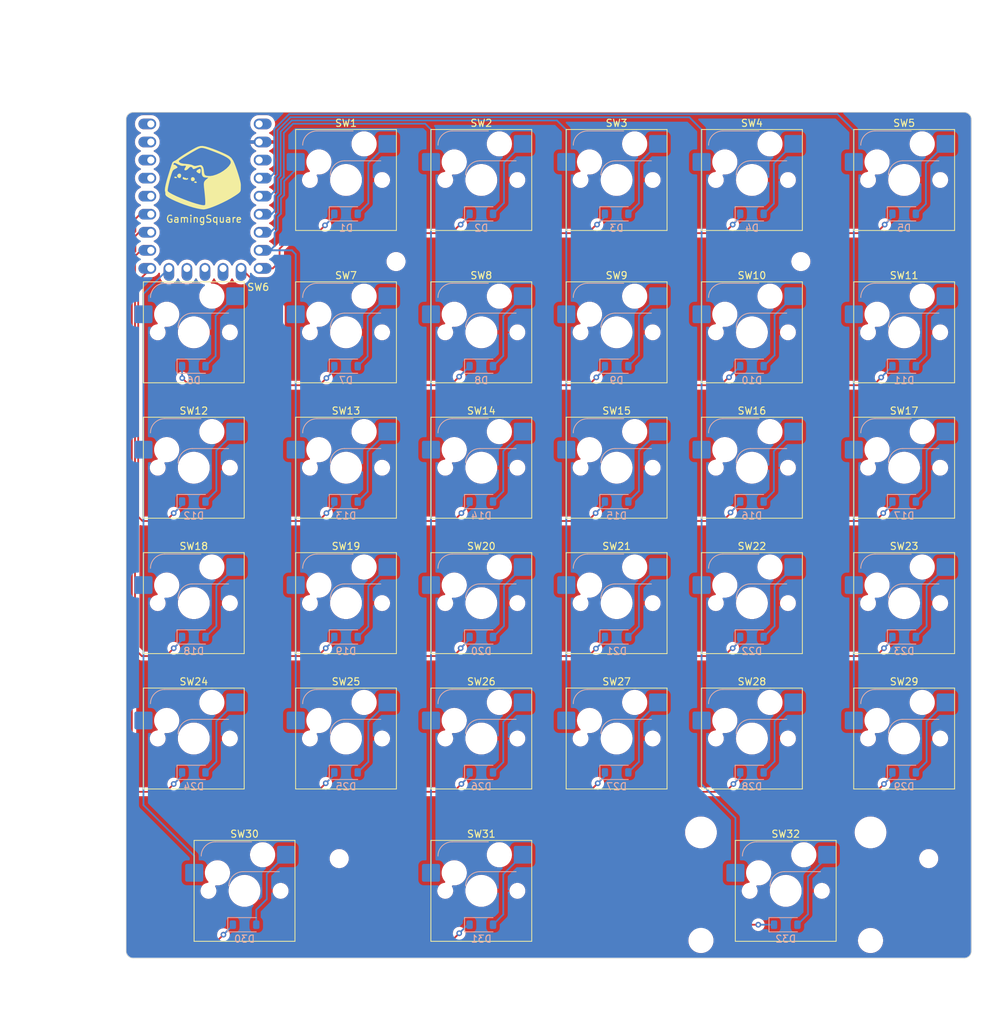
<source format=kicad_pcb>
(kicad_pcb (version 20221018) (generator pcbnew)
  (title_block (title "GamingSquare PCB") (date "2023-11-23") (rev "1.0") (company "@ymkn"))
  (layers (0 "F.Cu" signal) (31 "B.Cu" signal) (34 "B.Paste" user) (35 "F.Paste" user) (36 "B.SilkS" user "B.Silkscreen") (37 "F.SilkS" user "F.Silkscreen") (38 "B.Mask" user) (39 "F.Mask" user) (44 "Edge.Cuts" user))
  (net 0 "")
  (net 1 "ROW0")
  (net 2 "Net-(D1-A)")
  (net 3 "Net-(D2-A)")
  (net 4 "Net-(D3-A)")
  (net 5 "Net-(D4-A)")
  (net 6 "Net-(D5-A)")
  (net 7 "ROW1")
  (net 8 "Net-(D6-A)")
  (net 9 "Net-(D7-A)")
  (net 10 "Net-(D8-A)")
  (net 11 "Net-(D9-A)")
  (net 12 "Net-(D10-A)")
  (net 13 "Net-(D11-A)")
  (net 14 "ROW2")
  (net 15 "Net-(D12-A)")
  (net 16 "Net-(D13-A)")
  (net 17 "Net-(D14-A)")
  (net 18 "Net-(D15-A)")
  (net 19 "Net-(D16-A)")
  (net 20 "Net-(D17-A)")
  (net 21 "ROW3")
  (net 22 "Net-(D18-A)")
  (net 23 "Net-(D19-A)")
  (net 24 "Net-(D20-A)")
  (net 25 "Net-(D21-A)")
  (net 26 "Net-(D22-A)")
  (net 27 "Net-(D23-A)")
  (net 28 "ROW4")
  (net 29 "Net-(D24-A)")
  (net 30 "Net-(D25-A)")
  (net 31 "Net-(D26-A)")
  (net 32 "Net-(D27-A)")
  (net 33 "Net-(D28-A)")
  (net 34 "Net-(D29-A)")
  (net 35 "ROW5")
  (net 36 "Net-(D30-A)")
  (net 37 "Net-(D31-A)")
  (net 38 "Net-(D32-A)")
  (net 39 "COL1")
  (net 40 "COL2")
  (net 41 "COL3")
  (net 42 "COL4")
  (net 43 "COL5")
  (net 44 "COL0")
  (net 53 "GND")
  (footprint "PCM_Switch_Keyboard_Hotswap_Kailh:SW_Hotswap_Kailh_MX_1.00u" (layer "F.Cu") (at 70.95625 109.05625)
    (fp_text reference "SW19")
    (fp_text value "SW_Push")
  )
  (footprint "PCM_Switch_Keyboard_Hotswap_Kailh:SW_Hotswap_Kailh_MX_1.00u" (layer "F.Cu") (at 70.95625 90.00625)
    (fp_text reference "SW13")
    (fp_text value "SW_Push")
  )
  (footprint "PCM_Switch_Keyboard_Hotswap_Kailh:SW_Hotswap_Kailh_MX_1.00u" (layer "F.Cu") (at 149.5375 90.00625)
    (fp_text reference "SW17")
    (fp_text value "SW_Push")
  )
  (footprint "MountingHole:MountingHole_2.2mm_M2" (layer "F.Cu") (at 78 61)
    (fp_text reference "")
    (fp_text value "MountingHole_2.2mm_M2")
  )
  (footprint "PCM_Switch_Keyboard_Hotswap_Kailh:SW_Hotswap_Kailh_MX_1.00u" (layer "F.Cu") (at 109.05625 70.95625)
    (fp_text reference "SW9")
    (fp_text value "SW_Push")
  )
  (footprint "PCM_Switch_Keyboard_Hotswap_Kailh:SW_Hotswap_Kailh_MX_1.00u" (layer "F.Cu") (at 49.525 90.00625)
    (fp_text reference "SW12")
    (fp_text value "SW_Push")
  )
  (footprint "PCM_Switch_Keyboard_Hotswap_Kailh:SW_Hotswap_Kailh_MX_1.00u" (layer "F.Cu") (at 49.525 128.10625)
    (fp_text reference "SW24")
    (fp_text value "SW_Push")
  )
  (footprint "PCM_Switch_Keyboard_Hotswap_Kailh:SW_Hotswap_Kailh_MX_1.00u" (layer "F.Cu") (at 109.05625 90.00625)
    (fp_text reference "SW15")
    (fp_text value "SW_Push")
  )
  (footprint "PCM_Switch_Keyboard_Hotswap_Kailh:SW_Hotswap_Kailh_MX_1.00u" (layer "F.Cu") (at 149.5375 109.05625)
    (fp_text reference "SW23")
    (fp_text value "SW_Push")
  )
  (footprint "PCM_Switch_Keyboard_Hotswap_Kailh:SW_Hotswap_Kailh_MX_1.00u" (layer "F.Cu") (at 149.5375 128.10625)
    (fp_text reference "SW29")
    (fp_text value "SW_Push")
  )
  (footprint "PCM_Switch_Keyboard_Hotswap_Kailh:SW_Hotswap_Kailh_MX_1.00u" (layer "F.Cu") (at 49.525 70.95625)
    (fp_text reference "SW6")
    (fp_text value "SW_Push")
  )
  (footprint "PCM_Switch_Keyboard_Hotswap_Kailh:SW_Hotswap_Kailh_MX_1.00u" (layer "F.Cu") (at 90.00625 128.10625)
    (fp_text reference "SW26")
    (fp_text value "SW_Push")
  )
  (footprint "PCM_Switch_Keyboard_Hotswap_Kailh:SW_Hotswap_Kailh_MX_1.00u" (layer "F.Cu") (at 90.00625 109.05625)
    (fp_text reference "SW20")
    (fp_text value "SW_Push")
  )
  (footprint "PCM_Switch_Keyboard_Hotswap_Kailh:SW_Hotswap_Kailh_MX_1.00u" (layer "F.Cu") (at 70.95625 49.525)
    (fp_text reference "SW1")
    (fp_text value "SW_Push")
  )
  (footprint "PCM_Switch_Keyboard_Hotswap_Kailh:SW_Hotswap_Kailh_MX_1.00u" (layer "F.Cu") (at 90.00625 90.00625)
    (fp_text reference "SW14")
    (fp_text value "SW_Push")
  )
  (footprint "PCM_Switch_Keyboard_Hotswap_Kailh:SW_Hotswap_Kailh_MX_1.00u" (layer "F.Cu") (at 128.10625 70.95625)
    (fp_text reference "SW10")
    (fp_text value "SW_Push")
  )
  (footprint "PCM_Switch_Keyboard_Hotswap_Kailh:SW_Hotswap_Kailh_MX_1.00u" (layer "F.Cu") (at 70.95625 128.10625)
    (fp_text reference "SW25")
    (fp_text value "SW_Push")
  )
  (footprint "PCM_Switch_Keyboard_Hotswap_Kailh:SW_Hotswap_Kailh_MX_1.00u" (layer "F.Cu") (at 128.10625 128.10625)
    (fp_text reference "SW28")
    (fp_text value "SW_Push")
  )
  (footprint "PCM_Switch_Keyboard_Hotswap_Kailh:SW_Hotswap_Kailh_MX_1.75u" (layer "F.Cu") (at 56.66875 149.5375)
    (fp_text reference "SW30")
    (fp_text value "SW_Push")
  )
  (footprint "PCM_Switch_Keyboard_Hotswap_Kailh:SW_Hotswap_Kailh_MX_1.00u" (layer "F.Cu") (at 90.00625 70.95625)
    (fp_text reference "SW8")
    (fp_text value "SW_Push")
  )
  (footprint "PCM_Switch_Keyboard_Hotswap_Kailh:SW_Hotswap_Kailh_MX_1.00u" (layer "F.Cu") (at 149.5375 49.525)
    (fp_text reference "SW5")
    (fp_text value "SW_Push")
  )
  (footprint "PCM_Switch_Keyboard_Hotswap_Kailh:SW_Hotswap_Kailh_MX_1.00u" (layer "F.Cu") (at 109.05625 49.525)
    (fp_text reference "SW3")
    (fp_text value "SW_Push")
  )
  (footprint "PCM_Switch_Keyboard_Hotswap_Kailh:SW_Hotswap_Kailh_MX_1.00u" (layer "F.Cu") (at 90.00625 49.525)
    (fp_text reference "SW2")
    (fp_text value "SW_Push")
  )
  (footprint "PCM_Switch_Keyboard_Hotswap_Kailh:SW_Hotswap_Kailh_MX_1.00u" (layer "F.Cu") (at 49.525 109.05625)
    (fp_text reference "SW18")
    (fp_text value "SW_Push")
  )
  (footprint "PCM_Switch_Keyboard_Hotswap_Kailh:SW_Hotswap_Kailh_MX_1.00u" (layer "F.Cu") (at 149.5375 70.95625)
    (fp_text reference "SW11")
    (fp_text value "SW_Push")
  )
  (footprint "PCM_Switch_Keyboard_Hotswap_Kailh:SW_Hotswap_Kailh_MX_1.00u" (layer "F.Cu") (at 109.05625 128.10625)
    (fp_text reference "SW27")
    (fp_text value "SW_Push")
  )
  (footprint "PCM_Switch_Keyboard_Hotswap_Kailh:SW_Hotswap_Kailh_MX_2.75u" (layer "F.Cu") (at 132.86875 149.5375)
    (fp_text reference "SW32")
    (fp_text value "SW_Push")
  )
  (footprint "PCM_Switch_Keyboard_Hotswap_Kailh:SW_Hotswap_Kailh_MX_1.00u" (layer "F.Cu") (at 128.10625 49.525)
    (fp_text reference "SW4")
    (fp_text value "SW_Push")
  )
  (footprint "PCM_Switch_Keyboard_Hotswap_Kailh:SW_Hotswap_Kailh_MX_1.00u" (layer "F.Cu") (at 128.10625 90.00625)
    (fp_text reference "SW16")
    (fp_text value "SW_Push")
  )
  (footprint "PCM_Switch_Keyboard_Hotswap_Kailh:SW_Hotswap_Kailh_MX_1.00u" (layer "F.Cu") (at 128.10625 109.05625)
    (fp_text reference "SW22")
    (fp_text value "SW_Push")
  )
  (footprint "logo:logo" (layer "F.Cu") (at 50.634042 49.101416)
    (fp_text reference "")
    (fp_text value "LOGO" hide)
  )
  (footprint "MountingHole:MountingHole_2.2mm_M2" (layer "F.Cu") (at 70 145)
    (fp_text reference "")
    (fp_text value "MountingHole_2.2mm_M2")
  )
  (footprint "MountingHole:MountingHole_2.2mm_M2" (layer "F.Cu") (at 153 145)
    (fp_text reference "")
    (fp_text value "MountingHole_2.2mm_M2")
  )
  (footprint "PCM_Switch_Keyboard_Hotswap_Kailh:SW_Hotswap_Kailh_MX_1.00u" (layer "F.Cu") (at 90.00625 149.5375)
    (fp_text reference "SW31")
    (fp_text value "SW_Push")
  )
  (footprint "PCM_Switch_Keyboard_Hotswap_Kailh:SW_Hotswap_Kailh_MX_1.00u" (layer "F.Cu") (at 70.95625 70.95625)
    (fp_text reference "SW7")
    (fp_text value "SW_Push")
  )
  (footprint "MountingHole:MountingHole_2.2mm_M2" (layer "F.Cu") (at 135 61)
    (fp_text reference "")
    (fp_text value "MountingHole_2.2mm_M2")
  )
  (footprint "PCM_Mounting_Keyboard_Stabilizer:Stabilizer_Cherry_MX_2.00u" (layer "F.Cu") (at 132.86875 149.5375 180)
    (fp_text reference "")
    (fp_text value "Stabilizer_Cherry_MX_2.00u")
  )
  (footprint "PCM_Switch_Keyboard_Hotswap_Kailh:SW_Hotswap_Kailh_MX_1.00u" (layer "F.Cu") (at 109.05625 109.05625)
    (fp_text reference "SW21")
    (fp_text value "SW_Push")
  )
  (footprint "Diode_SMD:D_SOD-123" (layer "B.Cu") (at 90.00625 132.86875)
    (fp_text reference "D26")
    (fp_text value "1N4148W")
  )
  (footprint "Diode_SMD:D_SOD-123" (layer "B.Cu") (at 90.00625 113.81875)
    (fp_text reference "D20")
    (fp_text value "1N4148W")
  )
  (footprint "Diode_SMD:D_SOD-123" (layer "B.Cu") (at 149.5375 132.86875)
    (fp_text reference "D29")
    (fp_text value "1N4148W")
  )
  (footprint "Diode_SMD:D_SOD-123" (layer "B.Cu") (at 128.10625 113.81875)
    (fp_text reference "D22")
    (fp_text value "1N4148W")
  )
  (footprint "Diode_SMD:D_SOD-123" (layer "B.Cu") (at 128.10625 94.76875)
    (fp_text reference "D16")
    (fp_text value "1N4148W")
  )
  (footprint "Diode_SMD:D_SOD-123" (layer "B.Cu") (at 149.5375 54.2875)
    (fp_text reference "D5")
    (fp_text value "1N4148W")
  )
  (footprint "Diode_SMD:D_SOD-123" (layer "B.Cu") (at 90.00625 154.3)
    (fp_text reference "D31")
    (fp_text value "1N4148W")
  )
  (footprint "Diode_SMD:D_SOD-123" (layer "B.Cu") (at 49.525 132.86875)
    (fp_text reference "D24")
    (fp_text value "1N4148W")
  )
  (footprint "Diode_SMD:D_SOD-123" (layer "B.Cu") (at 56.66875 154.3)
    (fp_text reference "D30")
    (fp_text value "1N4148W")
  )
  (footprint "Diode_SMD:D_SOD-123" (layer "B.Cu") (at 49.525 75.71875)
    (fp_text reference "D6")
    (fp_text value "1N4148W")
  )
  (footprint "Diode_SMD:D_SOD-123" (layer "B.Cu") (at 70.95625 132.86875)
    (fp_text reference "D25")
    (fp_text value "1N4148W")
  )
  (footprint "Diode_SMD:D_SOD-123" (layer "B.Cu") (at 149.5375 113.81875)
    (fp_text reference "D23")
    (fp_text value "1N4148W")
  )
  (footprint "Diode_SMD:D_SOD-123" (layer "B.Cu") (at 49.525 113.81875)
    (fp_text reference "D18")
    (fp_text value "1N4148W")
  )
  (footprint "Diode_SMD:D_SOD-123" (layer "B.Cu") (at 128.10625 75.71875)
    (fp_text reference "D10")
    (fp_text value "1N4148W")
  )
  (footprint "Diode_SMD:D_SOD-123" (layer "B.Cu") (at 90.00625 75.71875)
    (fp_text reference "D8")
    (fp_text value "1N4148W")
  )
  (footprint "Diode_SMD:D_SOD-123" (layer "B.Cu") (at 70.95625 54.2875)
    (fp_text reference "D1")
    (fp_text value "1N4148W")
  )
  (footprint "Diode_SMD:D_SOD-123" (layer "B.Cu") (at 109.05625 54.2875)
    (fp_text reference "D3")
    (fp_text value "1N4148W")
  )
  (footprint "Diode_SMD:D_SOD-123" (layer "B.Cu") (at 128.10625 132.86875)
    (fp_text reference "D28")
    (fp_text value "1N4148W")
  )
  (footprint "Diode_SMD:D_SOD-123" (layer "B.Cu") (at 149.5375 75.71875)
    (fp_text reference "D11")
    (fp_text value "1N4148W")
  )
  (footprint "Diode_SMD:D_SOD-123" (layer "B.Cu") (at 128.10625 54.2875)
    (fp_text reference "D4")
    (fp_text value "1N4148W")
  )
  (footprint "Diode_SMD:D_SOD-123" (layer "B.Cu") (at 90.00625 94.76875)
    (fp_text reference "D14")
    (fp_text value "1N4148W")
  )
  (footprint "mcu:rp2040-zero-tht" (layer "B.Cu") (at 51.1 51.8 180)
    (fp_text reference "U1" hide)
    (fp_text value "rp2040-zero" hide)
  )
  (footprint "Diode_SMD:D_SOD-123" (layer "B.Cu") (at 109.05625 94.76875)
    (fp_text reference "D15")
    (fp_text value "1N4148W")
  )
  (footprint "Diode_SMD:D_SOD-123" (layer "B.Cu") (at 109.05625 113.81875)
    (fp_text reference "D21")
    (fp_text value "1N4148W")
  )
  (footprint "Diode_SMD:D_SOD-123" (layer "B.Cu") (at 70.95625 113.81875)
    (fp_text reference "D19")
    (fp_text value "1N4148W")
  )
  (footprint "Diode_SMD:D_SOD-123" (layer "B.Cu") (at 132.86875 154.3)
    (fp_text reference "D32")
    (fp_text value "1N4148W")
  )
  (footprint "Diode_SMD:D_SOD-123" (layer "B.Cu") (at 149.5375 94.76875)
    (fp_text reference "D17")
    (fp_text value "1N4148W")
  )
  (footprint "Diode_SMD:D_SOD-123" (layer "B.Cu") (at 70.95625 75.71875)
    (fp_text reference "D7")
    (fp_text value "1N4148W")
  )
  (footprint "Diode_SMD:D_SOD-123" (layer "B.Cu") (at 109.05625 132.86875)
    (fp_text reference "D27")
    (fp_text value "1N4148W")
  )
  (footprint "Diode_SMD:D_SOD-123" (layer "B.Cu") (at 90.00625 54.2875)
    (fp_text reference "D2")
    (fp_text value "1N4148W")
  )
  (footprint "Diode_SMD:D_SOD-123" (layer "B.Cu") (at 109.05625 75.71875)
    (fp_text reference "D9")
    (fp_text value "1N4148W")
  )
  (footprint "Diode_SMD:D_SOD-123" (layer "B.Cu") (at 70.95625 94.76875)
    (fp_text reference "D13")
    (fp_text value "1N4148W")
  )
  (footprint "Diode_SMD:D_SOD-123" (layer "B.Cu") (at 49.525 94.76875)
    (fp_text reference "D12")
    (fp_text value "1N4148W")
  )
  (gr_arc (start 41 159) (mid 40.292893 158.707107) (end 40 158) (stroke (width 0.1)) (layer "Edge.Cuts"))
  (gr_arc (start 158 40) (mid 158.707107 40.292893) (end 159 41) (stroke (width 0.1)) (layer "Edge.Cuts"))
  (gr_arc (start 40 41) (mid 40.292893 40.292893) (end 41 40) (stroke (width 0.1)) (layer "Edge.Cuts"))
  (gr_arc (start 159 158) (mid 158.707107 158.707107) (end 158 159) (stroke (width 0.1)) (layer "Edge.Cuts"))
  (gr_line (start 158 159) (end 41 159) (stroke (width 0.1)) (layer "Edge.Cuts"))
  (gr_line (start 40 158) (end 40 41) (stroke (width 0.1)) (layer "Edge.Cuts"))
  (gr_line (start 159 41) (end 159 158) (stroke (width 0.1)) (layer "Edge.Cuts"))
  (gr_line (start 41 40) (end 158 40) (stroke (width 0.1)) (layer "Edge.Cuts"))
  (gr_text "GamingSquare" (at 45.534042 55.601416) (layer "F.SilkS") (effects (font (size 1 1)) (justify left bottom)))
  (segment (start 61.6 61) (end 61.6 59.2) (width 0.25) (layer "F.Cu") (net 1))
  (segment (start 106.2 55.8) (end 105 57) (width 0.25) (layer "F.Cu") (net 1))
  (segment (start 125.4 55.8) (end 124.2 57) (width 0.25) (layer "F.Cu") (net 1))
  (segment (start 68 55.9) (end 66.9 57) (width 0.25) (layer "F.Cu") (net 1))
  (segment (start 63.8 57) (end 145.6 57) (width 0.25) (layer "F.Cu") (net 1))
  (segment (start 66.9 57) (end 66.6 57) (width 0.25) (layer "F.Cu") (net 1))
  (segment (start 60.64 61.96) (end 61.6 61) (width 0.25) (layer "F.Cu") (net 1))
  (segment (start 58.72 61.96) (end 60.64 61.96) (width 0.25) (layer "F.Cu") (net 1))
  (segment (start 87.1 55.8) (end 87 55.8) (width 0.25) (layer "F.Cu") (net 1))
  (segment (start 145.6 57) (end 146.8 55.8) (width 0.25) (layer "F.Cu") (net 1))
  (segment (start 87 55.8) (end 85.8 57) (width 0.25) (layer "F.Cu") (net 1))
  (segment (start 61.6 59.2) (end 63.8 57) (width 0.25) (layer "F.Cu") (net 1))
  (segment (start 106.3 55.8) (end 106.2 55.8) (width 0.25) (layer "F.Cu") (net 1))
  (via (at 146.8 55.8) (size 0.8) (drill 0.4) (layers "F.Cu" "B.Cu") (net 1))
  (via (at 125.4 55.8) (size 0.8) (drill 0.4) (layers "F.Cu" "B.Cu") (net 1))
  (via (at 68 55.9) (size 0.8) (drill 0.4) (layers "F.Cu" "B.Cu") (net 1))
  (via (at 106.3 55.8) (size 0.8) (drill 0.4) (layers "F.Cu" "B.Cu") (net 1))
  (via (at 87.1 55.8) (size 0.8) (drill 0.4) (layers "F.Cu" "B.Cu") (net 1))
  (segment (start 147.8875 54.7125) (end 147.8875 54.2875) (width 0.25) (layer "B.Cu") (net 1))
  (segment (start 88.35625 54.54375) (end 88.35625 54.2875) (width 0.25) (layer "B.Cu") (net 1))
  (segment (start 68 55.9) (end 69.30625 54.59375) (width 0.25) (layer "B.Cu") (net 1))
  (segment (start 69.30625 54.59375) (end 69.30625 54.2875) (width 0.25) (layer "B.Cu") (net 1))
  (segment (start 107.40625 54.69375) (end 107.40625 54.2875) (width 0.25) (layer "B.Cu") (net 1))
  (segment (start 146.8 55.8) (end 147.8875 54.7125) (width 0.25) (layer "B.Cu") (net 1))
  (segment (start 87.1 55.8) (end 88.35625 54.54375) (width 0.25) (layer "B.Cu") (net 1))
  (segment (start 106.3 55.8) (end 107.40625 54.69375) (width 0.25) (layer "B.Cu") (net 1))
  (segment (start 125.4 55.8) (end 126.45625 54.74375) (width 0.25) (layer "B.Cu") (net 1))
  (segment (start 58.72 61.96) (end 59.1 62.34) (width 0.25) (layer "B.Cu") (net 1))
  (segment (start 126.45625 54.74375) (end 126.45625 54.2875) (width 0.25) (layer "B.Cu") (net 1))
  (segment (start 74.1 52.79375) (end 72.60625 54.2875) (width 0.25) (layer "B.Cu") (net 2))
  (segment (start 76.79825 44.445) (end 74.1 47.14325) (width 0.25) (layer "B.Cu") (net 2))
  (segment (start 74.1 47.14325) (end 74.1 52.79375) (width 0.25) (layer "B.Cu") (net 2))
  (segment (start 93.2 52.74375) (end 91.65625 54.2875) (width 0.25) (layer "B.Cu") (net 3))
  (segment (start 95.84825 44.445) (end 93.2 47.09325) (width 0.25) (layer "B.Cu") (net 3))
  (segment (start 93.2 47.09325) (end 93.2 52.74375) (width 0.25) (layer "B.Cu") (net 3))
  (segment (start 112.2 52.79375) (end 110.70625 54.2875) (width 0.25) (layer "B.Cu") (net 4))
  (segment (start 112.2 47.14325) (end 112.2 52.79375) (width 0.25) (layer "B.Cu") (net 4))
  (segment (start 114.89825 44.445) (end 112.2 47.14325) (width 0.25) (layer "B.Cu") (net 4))
  (segment (start 131.2 52.84375) (end 129.75625 54.2875) (width 0.25) (layer "B.Cu") (net 5))
  (segment (start 133.94825 44.445) (end 131.2 47.19325) (width 0.25) (layer "B.Cu") (net 5))
  (segment (start 131.2 47.19325) (end 131.2 52.84375) (width 0.25) (layer "B.Cu") (net 5))
  (segment (start 152.6 47.2245) (end 152.6 52.875) (width 0.25) (layer "B.Cu") (net 6))
  (segment (start 155.3795 44.445) (end 152.6 47.2245) (width 0.25) (layer "B.Cu") (net 6))
  (segment (start 152.6 52.875) (end 151.1875 54.2875) (width 0.25) (layer "B.Cu") (net 6))
  (segment (start 106.2 77.3) (end 105.1 78.4) (width 0.25) (layer "F.Cu") (net 7))
  (segment (start 145.20625 78.4) (end 123.7 78.4) (width 0.25) (layer "F.Cu") (net 7))
  (segment (start 68.2 77.4) (end 67.3 78.3) (width 0.25) (layer "F.Cu") (net 7))
  (segment (start 124.8125 77.2875) (end 123.7 78.4) (width 0.25) (layer "F.Cu") (net 7))
  (segment (start 60.9 78.4) (end 61.7 77.6) (width 0.25) (layer "F.Cu") (net 7))
  (segment (start 123.7 78.4) (end 105.1 78.4) (width 0.25) (layer "F.Cu") (net 7))
  (segment (start 68.2 77.4) (end 68.2 77.7) (width 0.25) (layer "F.Cu") (net 7))
  (segment (start 86.8875 77.1875) (end 85.675 78.4) (width 0.25) (layer "F.Cu") (net 7))
  (segment (start 146.303125 77.303125) (end 145.20625 78.4) (width 0.25) (layer "F.Cu") (net 7))
  (segment (start 61.7 67.48) (end 56.18 61.96) (width 0.25) (layer "F.Cu") (net 7))
  (segment (start 62.5 78.4) (end 61.7 77.6) (width 0.25) (layer "F.Cu") (net 7))
  (segment (start 48.9 78.4) (end 60.9 78.4) (width 0.25) (layer "F.Cu") (net 7))
  (segment (start 67.3 78.4) (end 62.5 78.4) (width 0.25) (layer "F.Cu") (net 7))
  (segment (start 105.1 78.4) (end 67.3 78.4) (width 0.25) (layer "F.Cu") (net 7))
  (segment (start 85.675 78.4) (end 85.6 78.4) (width 0.25) (layer "F.Cu") (net 7))
  (segment (start 124.8875 77.2875) (end 124.8125 77.2875) (width 0.25) (layer "F.Cu") (net 7))
  (segment (start 47.9 77.4) (end 48.9 78.4) (width 0.25) (layer "F.Cu") (net 7))
  (segment (start 67.3 78.3) (end 67.3 78.4) (width 0.25) (layer "F.Cu") (net 7))
  (segment (start 61.7 77.6) (end 61.7 67.48) (width 0.25) (layer "F.Cu") (net 7))
  (via (at 68.2 77.4) (size 0.8) (drill 0.4) (layers "F.Cu" "B.Cu") (net 7))
  (via (at 106.2 77.3) (size 0.8) (drill 0.4) (layers "F.Cu" "B.Cu") (net 7))
  (via (at 146.303125 77.303125) (size 0.8) (drill 0.4) (layers "F.Cu" "B.Cu") (net 7))
  (via (at 86.8875 77.1875) (size 0.8) (drill 0.4) (layers "F.Cu" "B.Cu") (net 7))
  (via (at 47.9 77.4) (size 0.8) (drill 0.4) (layers "F.Cu" "B.Cu") (net 7))
  (via (at 124.8875 77.2875) (size 0.8) (drill 0.4) (layers "F.Cu" "B.Cu") (net 7))
  (segment (start 146.303125 77.303125) (end 147.8875 75.71875) (width 0.25) (layer "B.Cu") (net 7))
  (segment (start 86.8875 77.1875) (end 88.35625 75.71875) (width 0.25) (layer "B.Cu") (net 7))
  (segment (start 124.8875 77.2875) (end 126.45625 75.71875) (width 0.25) (layer "B.Cu") (net 7))
  (segment (start 107.40625 76.09375) (end 107.40625 75.71875) (width 0.25) (layer "B.Cu") (net 7))
  (segment (start 47.875 77.375) (end 47.875 75.71875) (width 0.25) (layer "B.Cu") (net 7))
  (segment (start 69.30625 76.29375) (end 69.30625 75.71875) (width 0.25) (layer "B.Cu") (net 7))
  (segment (start 106.2 77.3) (end 107.40625 76.09375) (width 0.25) (layer "B.Cu") (net 7))
  (segment (start 47.9 77.4) (end 47.875 77.375) (width 0.25) (layer "B.Cu") (net 7))
  (segment (start 68.2 77.4) (end 69.30625 76.29375) (width 0.25) (layer "B.Cu") (net 7))
  (segment (start 52.6 74.29375) (end 51.175 75.71875) (width 0.25) (layer "B.Cu") (net 8))
  (segment (start 52.6 68.64325) (end 52.6 74.29375) (width 0.25) (layer "B.Cu") (net 8))
  (segment (start 55.367 65.87625) (end 52.6 68.64325) (width 0.25) (layer "B.Cu") (net 8))
  (segment (start 76.79825 65.87625) (end 74 68.6745) (width 0.25) (layer "B.Cu") (net 9))
  (segment (start 74 74.325) (end 72.60625 75.71875) (width 0.25) (layer "B.Cu") (net 9))
  (segment (start 74 68.6745) (end 74 74.325) (width 0.25) (layer "B.Cu") (net 9))
  (segment (start 95.84825 65.87625) (end 93.1 68.6245) (width 0.25) (layer "B.Cu") (net 10))
  (segment (start 93.1 74.275) (end 91.65625 75.71875) (width 0.25) (layer "B.Cu") (net 10))
  (segment (start 93.1 68.6245) (end 93.1 74.275) (width 0.25) (layer "B.Cu") (net 10))
  (segment (start 112.2 74.225) (end 110.70625 75.71875) (width 0.25) (layer "B.Cu") (net 11))
  (segment (start 112.2 68.5745) (end 112.2 74.225) (width 0.25) (layer "B.Cu") (net 11))
  (segment (start 114.89825 65.87625) (end 112.2 68.5745) (width 0.25) (layer "B.Cu") (net 11))
  (segment (start 131.3 68.5245) (end 131.3 74.175) (width 0.25) (layer "B.Cu") (net 12))
  (segment (start 133.94825 65.87625) (end 131.3 68.5245) (width 0.25) (layer "B.Cu") (net 12))
  (segment (start 131.3 74.175) (end 129.75625 75.71875) (width 0.25) (layer "B.Cu") (net 12))
  (segment (start 152.7 74.20625) (end 151.1875 75.71875) (width 0.25) (layer "B.Cu") (net 13))
  (segment (start 152.7 68.55575) (end 152.7 74.20625) (width 0.25) (layer "B.Cu") (net 13))
  (segment (start 155.3795 65.87625) (end 152.7 68.55575) (width 0.25) (layer "B.Cu") (net 13))
  (segment (start 125.1 96.4) (end 124 97.5) (width 0.25) (layer "F.Cu") (net 14))
  (segment (start 42.3 97.5) (end 45.6 97.5) (width 0.25) (layer "F.Cu") (net 14))
  (segment (start 41.7 63.74) (end 41.7 96.9) (width 0.25) (layer "F.Cu") (net 14))
  (segment (start 86.2 97.5) (end 104.9 97.5) (width 0.25) (layer "F.Cu") (net 14))
  (segment (start 104.9 97.5) (end 124 97.5) (width 0.25) (layer "F.Cu") (net 14))
  (segment (start 105 97.5) (end 104.9 97.5) (width 0.25) (layer "F.Cu") (net 14))
  (segment (start 145.5 97.5) (end 145.1 97.5) (width 0.25) (layer "F.Cu") (net 14))
  (segment (start 124 97.5) (end 145.1 97.5) (width 0.25) (layer "F.Cu") (net 14))
  (segment (start 106.1 96.4) (end 105 97.5) (width 0.25) (layer "F.Cu") (net 14))
  (segment (start 67.1 97.5) (end 86.2 97.5) (width 0.25) (layer "F.Cu") (net 14))
  (segment (start 46.7 96.4) (end 45.6 97.5) (width 0.25) (layer "F.Cu") (net 14))
  (segment (start 45.6 97.5) (end 67.1 97.5) (width 0.25) (layer "F.Cu") (net 14))
  (segment (start 86.2 97.4) (end 86.2 97.5) (width 0.25) (layer "F.Cu") (net 14))
  (segment (start 125.1 96.3) (end 125.1 96.4) (width 0.25) (layer "F.Cu") (net 14))
  (segment (start 41.7 96.9) (end 42.3 97.5) (width 0.25) (layer "F.Cu") (net 14))
  (segment (start 43.48 61.96) (end 41.7 63.74) (width 0.25) (layer "F.Cu") (net 14))
  (segment (start 146.6 96.4) (end 145.5 97.5) (width 0.25) (layer "F.Cu") (net 14))
  (segment (start 68.2 96.4) (end 67.1 97.5) (width 0.25) (layer "F.Cu") (net 14))
  (segment (start 87.2 96.4) (end 86.2 97.4) (width 0.25) (layer "F.Cu") (net 14))
  (via (at 46.7 96.4) (size 0.8) (drill 0.4) (layers "F.Cu" "B.Cu") (net 14))
  (via (at 106.1 96.4) (size 0.8) (drill 0.4) (layers "F.Cu" "B.Cu") (net 14))
  (via (at 68.2 96.4) (size 0.8) (drill 0.4) (layers "F.Cu" "B.Cu") (net 14))
  (via (at 146.6 96.4) (size 0.8) (drill 0.4) (layers "F.Cu" "B.Cu") (net 14))
  (via (at 87.2 96.4) (size 0.8) (drill 0.4) (layers "F.Cu" "B.Cu") (net 14))
  (via (at 125.1 96.3) (size 0.8) (drill 0.4) (layers "F.Cu" "B.Cu") (net 14))
  (segment (start 106.1 96.4) (end 107.40625 95.09375) (width 0.25) (layer "B.Cu") (net 14))
  (segment (start 107.40625 95.09375) (end 107.40625 94.76875) (width 0.25) (layer "B.Cu") (net 14))
  (segment (start 87.2 96.4) (end 88.35625 95.24375) (width 0.25) (layer "B.Cu") (net 14))
  (segment (start 68.2 96.4) (end 69.30625 95.29375) (width 0.25) (layer "B.Cu") (net 14))
  (segment (start 47.875 95.225) (end 47.875 94.76875) (width 0.25) (layer "B.Cu") (net 14))
  (segment (start 69.30625 95.29375) (end 69.30625 94.76875) (width 0.25) (layer "B.Cu") (net 14))
  (segment (start 147.8875 95.1125) (end 146.6 96.4) (width 0.25) (layer "B.Cu") (net 14))
  (segment (start 147.8875 94.76875) (end 147.8875 95.1125) (width 0.25) (layer "B.Cu") (net 14))
  (segment (start 126.45625 94.94375) (end 125.1 96.3) (width 0.25) (layer "B.Cu") (net 14))
  (segment (start 126.45625 94.76875) (end 126.45625 94.94375) (width 0.25) (layer "B.Cu") (net 14))
  (segment (start 46.7 96.4) (end 47.875 95.225) (width 0.25) (layer "B.Cu") (net 14))
  (segment (start 88.35625 95.24375) (end 88.35625 94.76875) (width 0.25) (layer "B.Cu") (net 14))
  (segment (start 52.7 93.24375) (end 51.175 94.76875) (width 0.25) (layer "B.Cu") (net 15))
  (segment (start 52.7 87.59325) (end 52.7 93.24375) (width 0.25) (layer "B.Cu") (net 15))
  (segment (start 55.367 84.92625) (end 52.7 87.59325) (width 0.25) (layer "B.Cu") (net 15))
  (segment (start 74 87.7245) (end 74 93.375) (width 0.25) (layer "B.Cu") (net 16))
  (segment (start 74 93.375) (end 72.60625 94.76875) (width 0.25) (layer "B.Cu") (net 16))
  (segment (start 76.79825 84.92625) (end 74 87.7245) (width 0.25) (layer "B.Cu") (net 16))
  (segment (start 93.1 93.325) (end 91.65625 94.76875) (width 0.25) (layer "B.Cu") (net 17))
  (segment (start 95.84825 84.92625) (end 93.1 87.6745) (width 0.25) (layer "B.Cu") (net 17))
  (segment (start 93.1 87.6745) (end 93.1 93.325) (width 0.25) (layer "B.Cu") (net 17))
  (segment (start 112.2 87.6245) (end 112.2 93.275) (width 0.25) (layer "B.Cu") (net 18))
  (segment (start 114.89825 84.92625) (end 112.2 87.6245) (width 0.25) (layer "B.Cu") (net 18))
  (segment (start 112.2 93.275) (end 110.70625 94.76875) (width 0.25) (layer "B.Cu") (net 18))
  (segment (start 131.2 87.6745) (end 131.2 93.325) (width 0.25) (layer "B.Cu") (net 19))
  (segment (start 133.94825 84.92625) (end 131.2 87.6745) (width 0.25) (layer "B.Cu") (net 19))
  (segment (start 131.2 93.325) (end 129.75625 94.76875) (width 0.25) (layer "B.Cu") (net 19))
  (segment (start 152.7 93.25625) (end 151.1875 94.76875) (width 0.25) (layer "B.Cu") (net 20))
  (segment (start 155.3795 84.92625) (end 152.7 87.60575) (width 0.25) (layer "B.Cu") (net 20))
  (segment (start 152.7 87.60575) (end 152.7 93.25625) (width 0.25) (layer "B.Cu") (net 20))
  (segment (start 46.7 115.4) (end 45.6 116.5) (width 0.25) (layer "F.Cu") (net 21))
  (segment (start 105.1 116.5) (end 104.7 116.5) (width 0.25) (layer "F.Cu") (net 21))
  (segment (start 66.1 116.5) (end 85.6 116.5) (width 0.25) (layer "F.Cu") (net 21))
  (segment (start 41.25 60.25) (end 41.25 115.55) (width 0.25) (layer "F.Cu") (net 21))
  (segment (start 68.1 115.4) (end 67 116.5) (width 0.25) (layer "F.Cu") (net 21))
  (segment (start 87.1 115.4) (end 87.1 115.5) (width 0.25) (layer "F.Cu") (net 21))
  (segment (start 86.1 116.5) (end 85.6 116.5) (width 0.25) (layer "F.Cu") (net 21))
  (segment (start 45.6 116.5) (end 45.2 116.5) (width 0.25) (layer "F.Cu") (net 21))
  (segment (start 145.6 116.5) (end 145.4 116.5) (width 0.25) (layer "F.Cu") (net 21))
  (segment (start 87.1 115.5) (end 86.1 116.5) (width 0.25) (layer "F.Cu") (net 21))
  (segment (start 125.4 115.4) (end 125.3 115.4) (width 0.25) (layer "F.Cu") (net 21))
  (segment (start 125.3 115.4) (end 124.2 116.5) (width 0.25) (layer "F.Cu") (net 21))
  (segment (start 146.7 115.4) (end 145.6 116.5) (width 0.25) (layer "F.Cu") (net 21))
  (segment (start 45.2 116.5) (end 66.1 116.5) (width 0.25) (layer "F.Cu") (net 21))
  (segment (start 41.25 115.55) (end 42.2 116.5) (width 0.25) (layer "F.Cu") (net 21))
  (segment (start 104.7 116.5) (end 124.2 116.5) (width 0.25) (layer "F.Cu") (net 21))
  (segment (start 106.15 115.45) (end 105.1 116.5) (width 0.25) (layer "F.Cu") (net 21))
  (segment (start 85.6 116.5) (end 104.7 116.5) (width 0.25) (layer "F.Cu") (net 21))
  (segment (start 42.2 116.5) (end 45.2 116.5) (width 0.25) (layer "F.Cu") (net 21))
  (segment (start 42.08 59.42) (end 41.25 60.25) (width 0.25) (layer "F.Cu") (net 21))
  (segment (start 124.2 116.5) (end 145.4 116.5) (width 0.25) (layer "F.Cu") (net 21))
  (segment (start 43.48 59.42) (end 42.08 59.42) (width 0.25) (layer "F.Cu") (net 21))
  (segment (start 67 116.5) (end 66.1 116.5) (width 0.25) (layer "F.Cu") (net 21))
  (via (at 46.7 115.4) (size 0.8) (drill 0.4) (layers "F.Cu" "B.Cu") (net 21))
  (via (at 68.1 115.4) (size 0.8) (drill 0.4) (layers "F.Cu" "B.Cu") (net 21))
  (via (at 125.4 115.4) (size 0.8) (drill 0.4) (layers "F.Cu" "B.Cu") (net 21))
  (via (at 146.7 115.4) (size 0.8) (drill 0.4) (layers "F.Cu" "B.Cu") (net 21))
  (via (at 106.15 115.45) (size 0.8) (drill 0.4) (layers "F.Cu" "B.Cu") (net 21))
  (via (at 87.1 115.4) (size 0.8) (drill 0.4) (layers "F.Cu" "B.Cu") (net 21))
  (segment (start 88.35625 114.14375) (end 88.35625 113.81875) (width 0.25) (layer "B.Cu") (net 21))
  (segment (start 147.8875 114.2125) (end 146.7 115.4) (width 0.25) (layer "B.Cu") (net 21))
  (segment (start 125.4 115.4) (end 126.45625 114.34375) (width 0.25) (layer "B.Cu") (net 21))
  (segment (start 47.875 114.225) (end 47.875 113.81875) (width 0.25) (layer "B.Cu") (net 21))
  (segment (start 107.40625 114.19375) (end 107.40625 113.81875) (width 0.25) (layer "B.Cu") (net 21))
  (segment (start 68.1 115.4) (end 69.30625 114.19375) (width 0.25) (layer "B.Cu") (net 21))
  (segment (start 87.1 115.4) (end 88.35625 114.14375) (width 0.25) (layer "B.Cu") (net 21))
  (segment (start 126.45625 114.34375) (end 126.45625 113.81875) (width 0.25) (layer "B.Cu") (net 21))
  (segment (start 46.7 115.4) (end 47.875 114.225) (width 0.25) (layer "B.Cu") (net 21))
  (segment (start 106.15 115.45) (end 107.40625 114.19375) (width 0.25) (layer "B.Cu") (net 21))
  (segment (start 69.30625 114.19375) (end 69.30625 113.81875) (width 0.25) (layer "B.Cu") (net 21))
  (segment (start 147.8875 113.81875) (end 147.8875 114.2125) (width 0.25) (layer "B.Cu") (net 21))
  (segment (start 52.7 112.29375) (end 51.175 113.81875) (width 0.25) (layer "B.Cu") (net 22))
  (segment (start 52.7 106.64325) (end 52.7 112.29375) (width 0.25) (layer "B.Cu") (net 22))
  (segment (start 55.367 103.97625) (end 52.7 106.64325) (width 0.25) (layer "B.Cu") (net 22))
  (segment (start 74.1 106.6745) (end 74.1 112.325) (width 0.25) (layer "B.Cu") (net 23))
  (segment (start 74.1 112.325) (end 72.60625 113.81875) (width 0.25) (layer "B.Cu") (net 23))
  (segment (start 76.79825 103.97625) (end 74.1 106.6745) (width 0.25) (layer "B.Cu") (net 23))
  (segment (start 95.84825 103.97625) (end 93.2 106.6245) (width 0.25) (layer "B.Cu") (net 24))
  (segment (start 93.2 112.275) (end 91.65625 113.81875) (width 0.25) (layer "B.Cu") (net 24))
  (segment (start 93.2 106.6245) (end 93.2 112.275) (width 0.25) (layer "B.Cu") (net 24))
  (segment (start 114.89825 103.97625) (end 112.2 106.6745) (width 0.25) (layer "B.Cu") (net 25))
  (segment (start 112.2 106.6745) (end 112.2 112.325) (width 0.25) (layer "B.Cu") (net 25))
  (segment (start 112.2 112.325) (end 110.70625 113.81875) (width 0.25) (layer "B.Cu") (net 25))
  (segment (start 131.3 106.6245) (end 131.3 112.275) (width 0.25) (layer "B.Cu") (net 26))
  (segment (start 133.94825 103.97625) (end 131.3 106.6245) (width 0.25) (layer "B.Cu") (net 26))
  (segment (start 131.3 112.275) (end 129.75625 113.81875) (width 0.25) (layer "B.Cu") (net 26))
  (segment (start 152.7 106.65575) (end 152.7 112.30625) (width 0.25) (layer "B.Cu") (net 27))
  (segment (start 152.7 112.30625) (end 151.1875 113.81875) (width 0.25) (layer "B.Cu") (net 27))
  (segment (start 155.3795 103.97625) (end 152.7 106.65575) (width 0.25) (layer "B.Cu") (net 27))
  (segment (start 43.48 56.88) (end 41.82 56.88) (width 0.25) (layer "F.Cu") (net 28))
  (segment (start 68.1 134.4) (end 66.9 135.6) (width 0.25) (layer "F.Cu") (net 28))
  (segment (start 41.3 57.4) (end 41.3 59.563604) (width 0.25) (layer "F.Cu") (net 28))
  (segment (start 105.2 135.6) (end 124.4 135.6) (width 0.25) (layer "F.Cu") (net 28))
  (segment (start 41.82 56.88) (end 41.3 57.4) (width 0.25) (layer "F.Cu") (net 28))
  (segment (start 146.7 134.5) (end 145.6 135.6) (width 0.25) (layer "F.Cu") (net 28))
  (segment (start 106.4 134.4) (end 105.2 135.6) (width 0.25) (layer "F.Cu") (net 28))
  (segment (start 145.6 135.6) (end 145.5 135.6) (width 0.25) (layer "F.Cu") (net 28))
  (segment (start 40.8 134.8247) (end 41.5753 135.6) (width 0.25) (layer "F.Cu") (net 28))
  (segment (start 45.9 135.6) (end 66.9 135.6) (width 0.25) (layer "F.Cu") (net 28))
  (segment (start 125.5 134.5) (end 124.4 135.6) (width 0.25) (layer "F.Cu") (net 28))
  (segment (start 86.1 135.6) (end 85.8 135.6) (width 0.25) (layer "F.Cu") (net 28))
  (segment (start 41.5753 135.6) (end 45.9 135.6) (width 0.25) (layer "F.Cu") (net 28))
  (segment (start 85.8 135.6) (end 105.2 135.6) (width 0.25) (layer "F.Cu") (net 28))
  (segment (start 87.2 134.5) (end 86.1 135.6) (width 0.25) (layer "F.Cu") (net 28))
  (segment (start 40.8 60.063604) (end 40.8 134.8247) (width 0.25) (layer "F.Cu") (net 28))
  (segment (start 41.3 59.563604) (end 40.8 60.063604) (width 0.25) (layer "F.Cu") (net 28))
  (segment (start 66.9 135.6) (end 85.8 135.6) (width 0.25) (layer "F.Cu") (net 28))
  (segment (start 46.7 134.5) (end 45.6 135.6) (width 0.25) (layer "F.Cu") (net 28))
  (segment (start 124.4 135.6) (end 145.5 135.6) (width 0.25) (layer "F.Cu") (net 28))
  (via (at 125.5 134.5) (size 0.8) (drill 0.4) (layers "F.Cu" "B.Cu") (net 28))
  (via (at 46.7 134.5) (size 0.8) (drill 0.4) (layers "F.Cu" "B.Cu") (net 28))
  (via (at 68.1 134.4) (size 0.8) (drill 0.4) (layers "F.Cu" "B.Cu") (net 28))
  (via (at 146.7 134.5) (size 0.8) (drill 0.4) (layers "F.Cu" "B.Cu") (net 28))
  (via (at 87.2 134.5) (size 0.8) (drill 0.4) (layers "F.Cu" "B.Cu") (net 28))
  (via (at 106.4 134.4) (size 0.8) (drill 0.4) (layers "F.Cu" "B.Cu") (net 28))
  (segment (start 69.30625 133.19375) (end 69.30625 132.86875) (width 0.25) (layer "B.Cu") (net 28))
  (segment (start 46.7 134.5) (end 47.875 133.325) (width 0.25) (layer "B.Cu") (net 28))
  (segment (start 87.2 134.5) (end 88.35625 133.34375) (width 0.25) (layer "B.Cu") (net 28))
  (segment (start 126.45625 133.54375) (end 126.45625 132.86875) (width 0.25) (layer "B.Cu") (net 28))
  (segment (start 125.5 134.5) (end 126.45625 133.54375) (width 0.25) (layer "B.Cu") (net 28))
  (segment (start 107.40625 133.39375) (end 107.40625 132.86875) (width 0.25) (layer "B.Cu") (net 28))
  (segment (start 68.1 134.4) (end 69.30625 133.19375) (width 0.25) (layer "B.Cu") (net 28))
  (segment (start 88.35625 133.34375) (end 88.35625 132.86875) (width 0.25) (layer "B.Cu") (net 28))
  (segment (start 146.7 134.5) (end 147.8875 133.3125) (width 0.25) (layer "B.Cu") (net 28))
  (segment (start 147.8875 133.3125) (end 147.8875 132.86875) (width 0.25) (layer "B.Cu") (net 28))
  (segment (start 47.875 133.325) (end 47.875 132.86875) (width 0.25) (layer "B.Cu") (net 28))
  (segment (start 106.4 134.4) (end 107.40625 133.39375) (width 0.25) (layer "B.Cu") (net 28))
  (segment (start 55.367 123.02625) (end 52.7 125.69325) (width 0.25) (layer "B.Cu") (net 29))
  (segment (start 52.7 131.34375) (end 51.175 132.86875) (width 0.25) (layer "B.Cu") (net 29))
  (segment (start 52.7 125.69325) (end 52.7 131.34375) (width 0.25) (layer "B.Cu") (net 29))
  (segment (start 76.79825 123.02625) (end 74.1 125.7245) (width 0.25) (layer "B.Cu") (net 30))
  (segment (start 74.1 125.7245) (end 74.1 131.375) (width 0.25) (layer "B.Cu") (net 30))
  (segment (start 74.1 131.375) (end 72.60625 132.86875) (width 0.25) (layer "B.Cu") (net 30))
  (segment (start 93.1 125.7745) (end 93.1 131.425) (width 0.25) (layer "B.Cu") (net 31))
  (segment (start 93.1 131.425) (end 91.65625 132.86875) (width 0.25) (layer "B.Cu") (net 31))
  (segment (start 95.84825 123.02625) (end 93.1 125.7745) (width 0.25) (layer "B.Cu") (net 31))
  (segment (start 114.89825 123.02625) (end 112.2 125.7245) (width 0.25) (layer "B.Cu") (net 32))
  (segment (start 112.2 131.375) (end 110.70625 132.86875) (width 0.25) (layer "B.Cu") (net 32))
  (segment (start 112.2 125.7245) (end 112.2 131.375) (width 0.25) (layer "B.Cu") (net 32))
  (segment (start 133.94825 123.02625) (end 131.3 125.6745) (width 0.25) (layer "B.Cu") (net 33))
  (segment (start 131.3 131.325) (end 129.75625 132.86875) (width 0.25) (layer "B.Cu") (net 33))
  (segment (start 131.3 125.6745) (end 131.3 131.325) (width 0.25) (layer "B.Cu") (net 33))
  (segment (start 152.7 125.7) (end 152.7 131.35625) (width 0.25) (layer "B.Cu") (net 34))
  (segment (start 155.3795 123.02625) (end 155.37375 123.02625) (width 0.25) (layer "B.Cu") (net 34))
  (segment (start 155.37375 123.02625) (end 152.7 125.7) (width 0.25) (layer "B.Cu") (net 34))
  (segment (start 152.7 131.35625) (end 151.1875 132.86875) (width 0.25) (layer "B.Cu") (net 34))
  (segment (start 41.96 54.34) (end 43.48 54.34) (width 0.25) (layer "F.Cu") (net 35))
  (segment (start 40.35 153.75) (end 40.35 59.877208) (width 0.25) (layer "F.Cu") (net 35))
  (segment (start 43.6 157) (end 40.35 153.75) (width 0.25) (layer "F.Cu") (net 35))
  (segment (start 107 154.3) (end 104.3 157) (width 0.25) (layer "F.Cu") (net 35))
  (segment (start 40.35 59.877208) (end 40.85 59.377208) (width 0.25) (layer "F.Cu") (net 35))
  (segment (start 129 154.3) (end 107 154.3) (width 0.25) (layer "F.Cu") (net 35))
  (segment (start 104.3 157) (end 84.7 157) (width 0.25) (layer "F.Cu") (net 35))
  (segment (start 41.3 56.763604) (end 41.3 55) (width 0.25) (layer "F.Cu") (net 35))
  (segment (start 40.85 59.377208) (end 40.85 57.213604) (width 0.25) (layer "F.Cu") (net 35))
  (segment (start 85.4 157) (end 86.9 155.5) (width 0.25) (layer "F.Cu") (net 35))
  (segment (start 84.7 157) (end 85.4 157) (width 0.25) (layer "F.Cu") (net 35))
  (segment (start 52.3 157) (end 43.6 157) (width 0.25) (layer "F.Cu") (net 35))
  (segment (start 40.85 57.213604) (end 41.3 56.763604) (width 0.25) (layer "F.Cu") (net 35))
  (segment (start 84.7 157) (end 52.3 157) (width 0.25) (layer "F.Cu") (net 35))
  (segment (start 53.7 155.7) (end 52.4 157) (width 0.25) (layer "F.Cu") (net 35))
  (segment (start 52.4 157) (end 52.3 157) (width 0.25) (layer "F.Cu") (net 35))
  (segment (start 41.3 55) (end 41.96 54.34) (width 0.25) (layer "F.Cu") (net 35))
  (via (at 86.9 155.5) (size 0.8) (drill 0.4) (layers "F.Cu" "B.Cu") (net 35))
  (via (at 53.7 155.7) (size 0.8) (drill 0.4) (layers "F.Cu" "B.Cu") (net 35))
  (via (at 129 154.3) (size 0.8) (drill 0.4) (layers "F.Cu" "B.Cu") (net 35))
  (segment (start 88.1 154.3) (end 88.35625 154.3) (width 0.25) (layer "B.Cu") (net 35))
  (segment (start 129 154.3) (end 131.21875 154.3) (width 0.25) (layer "B.Cu") (net 35))
  (segment (start 55.01875 154.38125) (end 55.01875 154.3) (width 0.25) (layer "B.Cu") (net 35))
  (segment (start 86.9 155.5) (end 88.1 154.3) (width 0.25) (layer "B.Cu") (net 35))
  (segment (start 53.7 155.7) (end 55.01875 154.38125) (width 0.25) (layer "B.Cu") (net 35))
  (segment (start 59.8 150.7) (end 58.31875 152.18125) (width 0.25) (layer "B.Cu") (net 36))
  (segment (start 58.31875 152.18125) (end 58.31875 154.3) (width 0.25) (layer "B.Cu") (net 36))
  (segment (start 62.51075 144.4575) (end 59.8 147.16825) (width 0.25) (layer "B.Cu") (net 36))
  (segment (start 59.8 147.16825) (end 59.8 150.7) (width 0.25) (layer "B.Cu") (net 36))
  (segment (start 93.1 147.20575) (end 93.1 152.85625) (width 0.25) (layer "B.Cu") (net 37))
  (segment (start 95.84825 144.4575) (end 93.1 147.20575) (width 0.25) (layer "B.Cu") (net 37))
  (segment (start 93.1 152.85625) (end 91.65625 154.3) (width 0.25) (layer "B.Cu") (net 37))
  (segment (start 136 152.81875) (end 134.51875 154.3) (width 0.25) (layer "B.Cu") (net 38))
  (segment (start 136 147.5) (end 136 152.81875) (width 0.25) (layer "B.Cu") (net 38))
  (segment (start 138.71075 144.4575) (end 138.71075 144.78925) (width 0.25) (layer "B.Cu") (net 38))
  (segment (start 138.71075 144.78925) (end 136 147.5) (width 0.25) (layer "B.Cu") (net 38))
  (segment (start 61.35 56.486396) (end 60.9 56.936396) (width 0.25) (layer "B.Cu") (net 39))
  (segment (start 58.72 59.42) (end 63.38 59.42) (width 0.25) (layer "B.Cu") (net 39))
  (segment (start 61.8 54.272792) (end 61.35 54.722792) (width 0.25) (layer "B.Cu") (net 39))
  (segment (start 58.72 59.42) (end 63.32 59.42) (width 0.25) (layer "B.Cu") (net 39))
  (segment (start 61.35 54.722792) (end 61.35 56.486396) (width 0.25) (layer "B.Cu") (net 39))
  (segment (start 62.25 51.659188) (end 61.8 52.109188) (width 0.25) (layer "B.Cu") (net 39))
  (segment (start 63.87125 59.97125) (end 63.87125 68.41625) (width 0.25) (layer "B.Cu") (net 39))
  (segment (start 63.87125 48.074334) (end 62.25 49.695584) (width 0.25) (layer "B.Cu") (net 39))
  (segment (start 63.87125 87.46625) (end 63.87125 106.51625) (width 0.25) (layer "B.Cu") (net 39))
  (segment (start 60.9 58.8) (end 60.28 59.42) (width 0.25) (layer "B.Cu") (net 39))
  (segment (start 62.25 49.695584) (end 62.25 51.659188) (width 0.25) (layer "B.Cu") (net 39))
  (segment (start 63.87125 106.51625) (end 63.87125 125.56625) (width 0.25) (layer "B.Cu") (net 39))
  (segment (start 60.9 56.936396) (end 60.9 58.8) (width 0.25) (layer "B.Cu") (net 39))
  (segment (start 61.8 52.109188) (end 61.8 54.272792) (width 0.25) (layer "B.Cu") (net 39))
  (segment (start 63.87125 68.41625) (end 63.87125 87.46625) (width 0.25) (layer "B.Cu") (net 39))
  (segment (start 60.28 59.42) (end 58.72 59.42) (width 0.25) (layer "B.Cu") (net 39))
  (segment (start 63.87125 46.985) (end 63.87125 48.074334) (width 0.25) (layer "B.Cu") (net 39))
  (segment (start 63.32 59.42) (end 63.87125 59.97125) (width 0.25) (layer "B.Cu") (net 39))
  (segment (start 82.92125 125.56625) (end 82.92125 146.9975) (width 0.25) (layer "B.Cu") (net 40))
  (segment (start 60.32 56.88) (end 60.9 56.3) (width 0.25) (layer "B.Cu") (net 40))
  (segment (start 82.92125 46.985) (end 82.92125 68.41625) (width 0.25) (layer "B.Cu") (net 40))
  (segment (start 60.9 56.3) (end 60.9 54.536396) (width 0.25) (layer "B.Cu") (net 40))
  (segment (start 82.1 41.6) (end 82.92125 42.42125) (width 0.25) (layer "B.Cu") (net 40))
  (segment (start 82.92125 106.51625) (end 82.92125 125.56625) (width 0.25) (layer "B.Cu") (net 40))
  (segment (start 61.35 51.922792) (end 61.8 51.472792) (width 0.25) (layer "B.Cu") (net 40))
  (segment (start 63.509188 41.6) (end 82.1 41.6) (width 0.25) (layer "B.Cu") (net 40))
  (segment (start 58.72 56.88) (end 60.32 56.88) (width 0.25) (layer "B.Cu") (net 40))
  (segment (start 82.92125 42.42125) (end 82.92125 46.985) (width 0.25) (layer "B.Cu") (net 40))
  (segment (start 82.92125 87.46625) (end 82.92125 106.51625) (width 0.25) (layer "B.Cu") (net 40))
  (segment (start 58.52 56.88) (end 58.72 56.88) (width 0.25) (layer "B.Cu") (net 40))
  (segment (start 60.9 54.536396) (end 61.35 54.086396) (width 0.25) (layer "B.Cu") (net 40))
  (segment (start 61.8 49.509188) (end 62.2 49.109188) (width 0.25) (layer "B.Cu") (net 40))
  (segment (start 82.92125 68.41625) (end 82.92125 87.46625) (width 0.25) (layer "B.Cu") (net 40))
  (segment (start 61.35 54.086396) (end 61.35 51.922792) (width 0.25) (layer "B.Cu") (net 40))
  (segment (start 62.2 49.109188) (end 62.2 42.909188) (width 0.25) (layer "B.Cu") (net 40))
  (segment (start 62.2 42.909188) (end 63.509188 41.6) (width 0.25) (layer "B.Cu") (net 40))
  (segment (start 61.8 51.472792) (end 61.8 49.509188) (width 0.25) (layer "B.Cu") (net 40))
  (segment (start 101.97125 68.41625) (end 101.97125 87.46625) (width 0.25) (layer "B.Cu") (net 41))
  (segment (start 101.97125 42.47125) (end 101.97125 46.985) (width 0.25) (layer "B.Cu") (net 41))
  (segment (start 60.46 54.34) (end 60.9 53.9) (width 0.25) (layer "B.Cu") (net 41))
  (segment (start 101.97125 87.46625) (end 101.97125 106.51625) (width 0.25) (layer "B.Cu") (net 41))
  (segment (start 60.9 53.9) (end 60.9 51.736396) (width 0.25) (layer "B.Cu") (net 41))
  (segment (start 100.65 41.15) (end 101.97125 42.47125) (width 0.25) (layer "B.Cu") (net 41))
  (segment (start 63.322792 41.15) (end 100.65 41.15) (width 0.25) (layer "B.Cu") (net 41))
  (segment (start 61.35 51.286396) (end 61.35 49.322792) (width 0.25) (layer "B.Cu") (net 41))
  (segment (start 61.75 42.722792) (end 63.322792 41.15) (width 0.25) (layer "B.Cu") (net 41))
  (segment (start 61.75 48.922792) (end 61.75 42.722792) (width 0.25) (layer "B.Cu") (net 41))
  (segment (start 58.92 54.34) (end 60.46 54.34) (width 0.25) (layer "B.Cu") (net 41))
  (segment (start 101.97125 46.985) (end 101.97125 68.41625) (width 0.25) (layer "B.Cu") (net 41))
  (segment (start 61.35 49.322792) (end 61.75 48.922792) (width 0.25) (layer "B.Cu") (net 41))
  (segment (start 60.9 51.736396) (end 61.35 51.286396) (width 0.25) (layer "B.Cu") (net 41))
  (segment (start 101.97125 106.51625) (end 101.97125 125.56625) (width 0.25) (layer "B.Cu") (net 41))
  (segment (start 61.3 42.536396) (end 63.136396 40.7) (width 0.25) (layer "B.Cu") (net 42))
  (segment (start 58.72 51.8) (end 60.2 51.8) (width 0.25) (layer "B.Cu") (net 42))
  (segment (start 121.02125 134.52125) (end 125.78375 139.28375) (width 0.25) (layer "B.Cu") (net 42))
  (segment (start 61.3 48.736396) (end 61.3 42.536396) (width 0.25) (layer "B.Cu") (net 42))
  (segment (start 121.02125 42.42125) (end 121.02125 46.985) (width 0.25) (layer "B.Cu") (net 42))
  (segment (start 63.136396 40.7) (end 119.3 40.7) (width 0.25) (layer "B.Cu") (net 42))
  (segment (start 121.02125 46.985) (end 121.02125 68.41625) (width 0.25) (layer "B.Cu") (net 42))
  (segment (start 121.02125 68.41625) (end 121.02125 87.46625) (width 0.25) (layer "B.Cu") (net 42))
  (segment (start 60.9 51.1) (end 60.9 49.136396) (width 0.25) (layer "B.Cu") (net 42))
  (segment (start 125.78375 139.28375) (end 125.78375 146.9975) (width 0.25) (layer "B.Cu") (net 42))
  (segment (start 119.3 40.7) (end 121.02125 42.42125) (width 0.25) (layer "B.Cu") (net 42))
  (segment (start 60.9 49.136396) (end 61.3 48.736396) (width 0.25) (layer "B.Cu") (net 42))
  (segment (start 121.02125 106.51625) (end 121.02125 125.56625) (width 0.25) (layer "B.Cu") (net 42))
  (segment (start 58.92 51.8) (end 58.72 51.8) (width 0.25) (layer "B.Cu") (net 42))
  (segment (start 121.02125 87.46625) (end 121.02125 106.51625) (width 0.25) (layer "B.Cu") (net 42))
  (segment (start 121.02125 125.56625) (end 121.02125 134.52125) (width 0.25) (layer "B.Cu") (net 42))
  (segment (start 60.2 51.8) (end 60.9 51.1) (width 0.25) (layer "B.Cu") (net 42))
  (segment (start 62.95 40.25) (end 140.15 40.25) (width 0.25) (layer "B.Cu") (net 43))
  (segment (start 142.4525 46.985) (end 142.4525 68.41625) (width 0.25) (layer "B.Cu") (net 43))
  (segment (start 58.72 49.26) (end 60.14 49.26) (width 0.25) (layer "B.Cu") (net 43))
  (segment (start 60.14 49.26) (end 60.85 48.55) (width 0.25) (layer "B.Cu") (net 43))
  (segment (start 140.15 40.25) (end 142.4525 42.5525) (width 0.25) (layer "B.Cu") (net 43))
  (segment (start 142.4525 87.46625) (end 142.4525 106.51625) (width 0.25) (layer "B.Cu") (net 43))
  (segment (start 58.92 49.26) (end 58.72 49.26) (width 0.25) (layer "B.Cu") (net 43))
  (segment (start 142.4525 42.5525) (end 142.4525 46.985) (width 0.25) (layer "B.Cu") (net 43))
  (segment (start 142.4525 106.51625) (end 142.4525 125.56625) (width 0.25) (layer "B.Cu") (net 43))
  (segment (start 142.4525 68.41625) (end 142.4525 87.46625) (width 0.25) (layer "B.Cu") (net 43))
  (segment (start 60.85 48.55) (end 60.85 42.35) (width 0.25) (layer "B.Cu") (net 43))
  (segment (start 60.85 42.35) (end 62.95 40.25) (width 0.25) (layer "B.Cu") (net 43))
  (segment (start 42.44 137.4725) (end 49.58375 144.61625) (width 0.25) (layer "B.Cu") (net 44))
  (segment (start 49.58375 144.61625) (end 49.58375 146.9975) (width 0.25) (layer "B.Cu") (net 44))
  (segment (start 42.44 87.46625) (end 42.44 106.51625) (width 0.25) (layer "B.Cu") (net 44))
  (segment (start 42.44 106.51625) (end 42.44 125.56625) (width 0.25) (layer "B.Cu") (net 44))
  (segment (start 42.44 65.54) (end 42.44 68.41625) (width 0.25) (layer "B.Cu") (net 44))
  (segment (start 46.02 61.96) (end 42.44 65.54) (width 0.25) (layer "B.Cu") (net 44))
  (segment (start 42.44 68.41625) (end 42.44 87.46625) (width 0.25) (layer "B.Cu") (net 44))
  (segment (start 42.44 125.56625) (end 42.44 137.4725) (width 0.25) (layer "B.Cu") (net 44))
  (zone (net 53) (net_name "GND") (layer "F.Cu") (connect_pads (clearance 0.5)) (min_thickness 0.25) (fill yes (thermal_gap 0.5) (thermal_bridge_width 0.5))
    (polygon (pts (xy 39.9 39.9) (xy 39.9 159.2) (xy 159.1 159.2) (xy 159.2 159.1) (xy 159.2 39.9)))
  )
  (zone (net 53) (net_name "GND") (layer "B.Cu") (connect_pads (clearance 0.5)) (min_thickness 0.25) (fill yes (thermal_gap 0.5) (thermal_bridge_width 0.5))
    (polygon (pts (xy 159.2 39.9) (xy 159.2 159.2) (xy 40 159.2) (xy 39.9 159.1) (xy 39.9 39.9)))
  )
)
</source>
